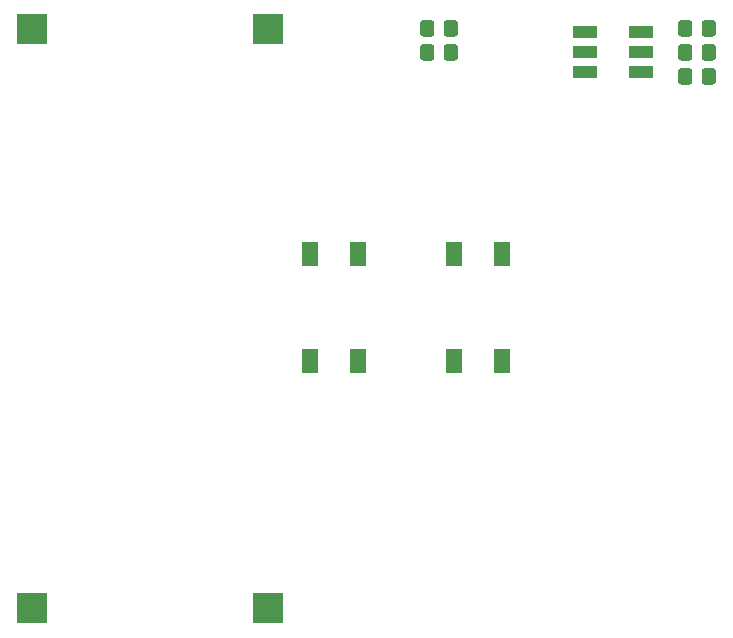
<source format=gbr>
%TF.GenerationSoftware,KiCad,Pcbnew,(5.1.10)-1*%
%TF.CreationDate,2021-10-24T16:06:26+08:00*%
%TF.ProjectId,M1W,4d31572e-6b69-4636-9164-5f7063625858,rev?*%
%TF.SameCoordinates,Original*%
%TF.FileFunction,Paste,Top*%
%TF.FilePolarity,Positive*%
%FSLAX46Y46*%
G04 Gerber Fmt 4.6, Leading zero omitted, Abs format (unit mm)*
G04 Created by KiCad (PCBNEW (5.1.10)-1) date 2021-10-24 16:06:26*
%MOMM*%
%LPD*%
G01*
G04 APERTURE LIST*
%ADD10R,2.000000X1.100000*%
%ADD11R,1.400000X2.100000*%
%ADD12R,2.500000X2.500000*%
G04 APERTURE END LIST*
%TO.C,R8*%
G36*
G01*
X232302000Y-97478001D02*
X232302000Y-96577999D01*
G75*
G02*
X232551999Y-96328000I249999J0D01*
G01*
X233252001Y-96328000D01*
G75*
G02*
X233502000Y-96577999I0J-249999D01*
G01*
X233502000Y-97478001D01*
G75*
G02*
X233252001Y-97728000I-249999J0D01*
G01*
X232551999Y-97728000D01*
G75*
G02*
X232302000Y-97478001I0J249999D01*
G01*
G37*
G36*
G01*
X230302000Y-97478001D02*
X230302000Y-96577999D01*
G75*
G02*
X230551999Y-96328000I249999J0D01*
G01*
X231252001Y-96328000D01*
G75*
G02*
X231502000Y-96577999I0J-249999D01*
G01*
X231502000Y-97478001D01*
G75*
G02*
X231252001Y-97728000I-249999J0D01*
G01*
X230551999Y-97728000D01*
G75*
G02*
X230302000Y-97478001I0J249999D01*
G01*
G37*
%TD*%
%TO.C,R7*%
G36*
G01*
X232302000Y-99510001D02*
X232302000Y-98609999D01*
G75*
G02*
X232551999Y-98360000I249999J0D01*
G01*
X233252001Y-98360000D01*
G75*
G02*
X233502000Y-98609999I0J-249999D01*
G01*
X233502000Y-99510001D01*
G75*
G02*
X233252001Y-99760000I-249999J0D01*
G01*
X232551999Y-99760000D01*
G75*
G02*
X232302000Y-99510001I0J249999D01*
G01*
G37*
G36*
G01*
X230302000Y-99510001D02*
X230302000Y-98609999D01*
G75*
G02*
X230551999Y-98360000I249999J0D01*
G01*
X231252001Y-98360000D01*
G75*
G02*
X231502000Y-98609999I0J-249999D01*
G01*
X231502000Y-99510001D01*
G75*
G02*
X231252001Y-99760000I-249999J0D01*
G01*
X230551999Y-99760000D01*
G75*
G02*
X230302000Y-99510001I0J249999D01*
G01*
G37*
%TD*%
%TO.C,R6*%
G36*
G01*
X232302000Y-95446001D02*
X232302000Y-94545999D01*
G75*
G02*
X232551999Y-94296000I249999J0D01*
G01*
X233252001Y-94296000D01*
G75*
G02*
X233502000Y-94545999I0J-249999D01*
G01*
X233502000Y-95446001D01*
G75*
G02*
X233252001Y-95696000I-249999J0D01*
G01*
X232551999Y-95696000D01*
G75*
G02*
X232302000Y-95446001I0J249999D01*
G01*
G37*
G36*
G01*
X230302000Y-95446001D02*
X230302000Y-94545999D01*
G75*
G02*
X230551999Y-94296000I249999J0D01*
G01*
X231252001Y-94296000D01*
G75*
G02*
X231502000Y-94545999I0J-249999D01*
G01*
X231502000Y-95446001D01*
G75*
G02*
X231252001Y-95696000I-249999J0D01*
G01*
X230551999Y-95696000D01*
G75*
G02*
X230302000Y-95446001I0J249999D01*
G01*
G37*
%TD*%
%TO.C,R5*%
G36*
G01*
X210458000Y-97478001D02*
X210458000Y-96577999D01*
G75*
G02*
X210707999Y-96328000I249999J0D01*
G01*
X211408001Y-96328000D01*
G75*
G02*
X211658000Y-96577999I0J-249999D01*
G01*
X211658000Y-97478001D01*
G75*
G02*
X211408001Y-97728000I-249999J0D01*
G01*
X210707999Y-97728000D01*
G75*
G02*
X210458000Y-97478001I0J249999D01*
G01*
G37*
G36*
G01*
X208458000Y-97478001D02*
X208458000Y-96577999D01*
G75*
G02*
X208707999Y-96328000I249999J0D01*
G01*
X209408001Y-96328000D01*
G75*
G02*
X209658000Y-96577999I0J-249999D01*
G01*
X209658000Y-97478001D01*
G75*
G02*
X209408001Y-97728000I-249999J0D01*
G01*
X208707999Y-97728000D01*
G75*
G02*
X208458000Y-97478001I0J249999D01*
G01*
G37*
%TD*%
%TO.C,R4*%
G36*
G01*
X210458000Y-95446001D02*
X210458000Y-94545999D01*
G75*
G02*
X210707999Y-94296000I249999J0D01*
G01*
X211408001Y-94296000D01*
G75*
G02*
X211658000Y-94545999I0J-249999D01*
G01*
X211658000Y-95446001D01*
G75*
G02*
X211408001Y-95696000I-249999J0D01*
G01*
X210707999Y-95696000D01*
G75*
G02*
X210458000Y-95446001I0J249999D01*
G01*
G37*
G36*
G01*
X208458000Y-95446001D02*
X208458000Y-94545999D01*
G75*
G02*
X208707999Y-94296000I249999J0D01*
G01*
X209408001Y-94296000D01*
G75*
G02*
X209658000Y-94545999I0J-249999D01*
G01*
X209658000Y-95446001D01*
G75*
G02*
X209408001Y-95696000I-249999J0D01*
G01*
X208707999Y-95696000D01*
G75*
G02*
X208458000Y-95446001I0J249999D01*
G01*
G37*
%TD*%
D10*
%TO.C,D4*%
X222390000Y-98728000D03*
X222390000Y-97028000D03*
X222390000Y-95328000D03*
X227190000Y-95328000D03*
X227190000Y-97028000D03*
X227190000Y-98728000D03*
%TD*%
D11*
%TO.C,S2*%
X211364000Y-114068000D03*
X211364000Y-123168000D03*
X215364000Y-123168000D03*
X215364000Y-114068000D03*
%TD*%
%TO.C,S1*%
X203164000Y-123168000D03*
X203164000Y-114068000D03*
X199164000Y-114068000D03*
X199164000Y-123168000D03*
%TD*%
D12*
%TO.C,U1*%
X195619000Y-144071000D03*
X195619000Y-95071000D03*
X175619000Y-144071000D03*
X175619000Y-95071000D03*
%TD*%
M02*

</source>
